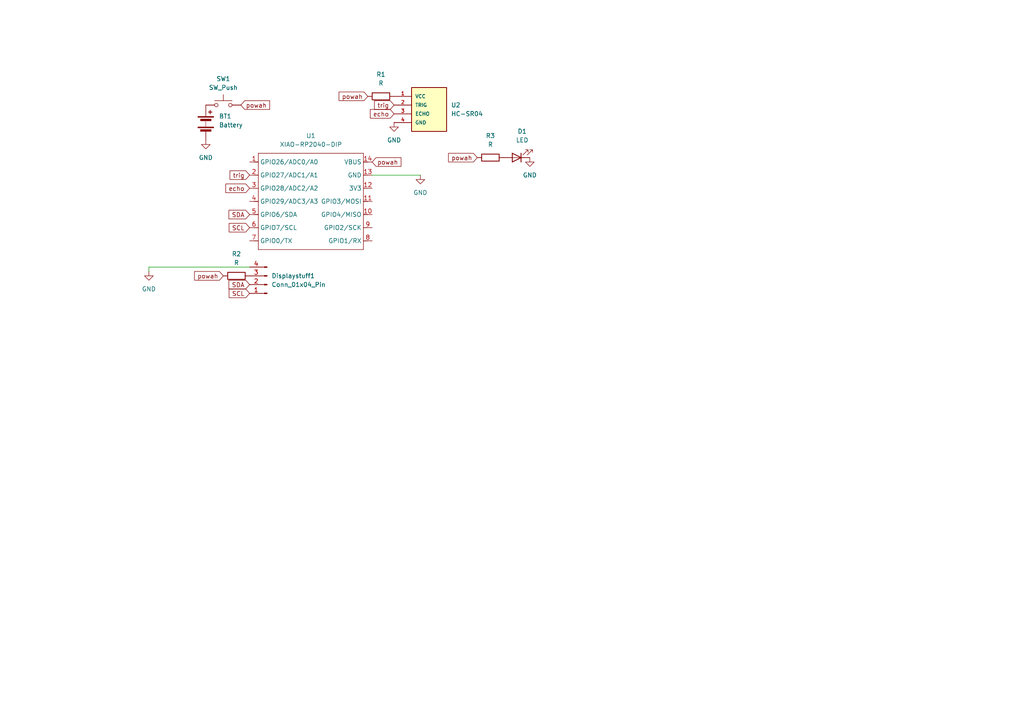
<source format=kicad_sch>
(kicad_sch (version 20250114) (generator "eeschema") (generator_version "9.0")
  (paper "A4")
  (lib_symbols
    (symbol "Connector:Conn_01x04_Pin" (pin_names (offset 1.016) (hide yes))
      (property "Reference" "J" (at 0 5.08 0))
      (property "Value" "Conn_01x04_Pin" (at 0 -7.62 0))
      (symbol "Conn_01x04_Pin_1_1"
        (rectangle (start 0.8636 2.667) (end 0 2.413) (stroke (width 0.1524)) (fill (type outline)))
        (rectangle (start 0.8636 0.127) (end 0 -0.127) (stroke (width 0.1524)) (fill (type outline)))
        (rectangle (start 0.8636 -2.413) (end 0 -2.667) (stroke (width 0.1524)) (fill (type outline)))
        (rectangle (start 0.8636 -4.953) (end 0 -5.207) (stroke (width 0.1524)) (fill (type outline)))
        (polyline (pts (xy 1.27 2.54) (xy 0.8636 2.54)) (stroke (width 0.1524)))
        (polyline (pts (xy 1.27 0) (xy 0.8636 0)) (stroke (width 0.1524)))
        (polyline (pts (xy 1.27 -2.54) (xy 0.8636 -2.54)) (stroke (width 0.1524)))
        (polyline (pts (xy 1.27 -5.08) (xy 0.8636 -5.08)) (stroke (width 0.1524)))
        (pin passive line (at 5.08 2.54 180) (length 3.81) (name "Pin_1") (number "1"))
        (pin passive line (at 5.08 0 180) (length 3.81) (name "Pin_2") (number "2"))
        (pin passive line (at 5.08 -2.54 180) (length 3.81) (name "Pin_3") (number "3"))
        (pin passive line (at 5.08 -5.08 180) (length 3.81) (name "Pin_4") (number "4"))
      )
    )
    (symbol "Device:Battery" (pin_numbers (hide yes)) (pin_names (offset 0) (hide yes))
      (property "Reference" "BT" (at 2.54 2.54 0))
      (property "Value" "Battery" (at 2.54 0 0))
      (symbol "Battery_0_1"
        (rectangle (start -2.286 1.778) (end 2.286 1.524) (fill (type outline)))
        (rectangle (start -2.286 -1.27) (end 2.286 -1.524) (fill (type outline)))
        (rectangle (start -1.524 1.016) (end 1.524 0.508) (fill (type outline)))
        (rectangle (start -1.524 -2.032) (end 1.524 -2.54) (fill (type outline)))
        (polyline (pts (xy 0 1.778) (xy 0 2.54)))
        (polyline (pts (xy 0 0) (xy 0 0.254)))
        (polyline (pts (xy 0 -0.508) (xy 0 -0.254)))
        (polyline (pts (xy 0 -1.016) (xy 0 -0.762)))
        (polyline (pts (xy 0.762 3.048) (xy 1.778 3.048)) (stroke (width 0.254)))
        (polyline (pts (xy 1.27 3.556) (xy 1.27 2.54)) (stroke (width 0.254)))
      )
      (symbol "Battery_1_1"
        (pin passive line (at 0 5.08 270) (length 2.54) (name "+") (number "1"))
        (pin passive line (at 0 -5.08 90) (length 2.54) (name "-") (number "2"))
      )
    )
    (symbol "Device:LED" (pin_numbers (hide yes)) (pin_names (offset 1.016) (hide yes))
      (property "Reference" "D" (at 0 2.54 0))
      (property "Value" "LED" (at 0 -2.54 0))
      (symbol "LED_0_1"
        (polyline (pts (xy -3.048 -0.762) (xy -4.572 -2.286) (xy -3.81 -2.286) (xy -4.572 -2.286) (xy -4.572 -1.524)))
        (polyline (pts (xy -1.778 -0.762) (xy -3.302 -2.286) (xy -2.54 -2.286) (xy -3.302 -2.286) (xy -3.302 -1.524)))
        (polyline (pts (xy -1.27 0) (xy 1.27 0)))
        (polyline (pts (xy -1.27 -1.27) (xy -1.27 1.27)) (stroke (width 0.254)))
        (polyline (pts (xy 1.27 -1.27) (xy 1.27 1.27) (xy -1.27 0) (xy 1.27 -1.27)) (stroke (width 0.254)))
      )
      (symbol "LED_1_1"
        (pin passive line (at -3.81 0 0) (length 2.54) (name "K") (number "1"))
        (pin passive line (at 3.81 0 180) (length 2.54) (name "A") (number "2"))
      )
    )
    (symbol "Device:R" (pin_numbers (hide yes)) (pin_names (offset 0))
      (property "Reference" "R" (at 2.032 0 90))
      (property "Value" "R" (at 0 0 90))
      (symbol "R_0_1"
        (rectangle (start -1.016 -2.54) (end 1.016 2.54) (stroke (width 0.254)))
      )
      (symbol "R_1_1"
        (pin passive line (at 0 3.81 270) (length 1.27) (name "~") (number "1"))
        (pin passive line (at 0 -3.81 90) (length 1.27) (name "~") (number "2"))
      )
    )
    (symbol "HC-SR04:HC-SR04" (pin_names (offset 1.016))
      (property "Reference" "U" (at 0 5.0813 0))
      (property "Value" "HC-SR04" (at 0 -10.163 0))
      (symbol "HC-SR04_0_0"
        (rectangle (start 0 -7.62) (end 10.16 5.08) (stroke (width 0.254)) (fill (type background)))
        (pin power_in line (at -5.08 2.54 0) (length 5.08) (name "VCC") (number "1"))
        (pin bidirectional line (at -5.08 0 0) (length 5.08) (name "TRIG") (number "2"))
        (pin bidirectional line (at -5.08 -2.54 0) (length 5.08) (name "ECHO") (number "3"))
        (pin power_in line (at -5.08 -5.08 0) (length 5.08) (name "GND") (number "4"))
      )
    )
    (symbol "Seeed_Studio_XIAO_Series:XIAO-RP2040-DIP"
      (property "Reference" "U" (at 0 0 0))
      (property "Value" "XIAO-RP2040-DIP" (at 5.334 -1.778 0))
      (symbol "XIAO-RP2040-DIP_1_0"
        (polyline (pts (xy -1.27 -2.54) (xy 29.21 -2.54)) (stroke (width 0.1524)))
        (polyline (pts (xy -1.27 -5.08) (xy -2.54 -5.08)) (stroke (width 0.1524)))
        (polyline (pts (xy -1.27 -5.08) (xy -1.27 -2.54)) (stroke (width 0.1524)))
        (polyline (pts (xy -1.27 -8.89) (xy -2.54 -8.89)) (stroke (width 0.1524)))
        (polyline (pts (xy -1.27 -8.89) (xy -1.27 -5.08)) (stroke (width 0.1524)))
        (polyline (pts (xy -1.27 -12.7) (xy -2.54 -12.7)) (stroke (width 0.1524)))
        (polyline (pts (xy -1.27 -12.7) (xy -1.27 -8.89)) (stroke (width 0.1524)))
        (polyline (pts (xy -1.27 -16.51) (xy -2.54 -16.51)) (stroke (width 0.1524)))
        (polyline (pts (xy -1.27 -16.51) (xy -1.27 -12.7)) (stroke (width 0.1524)))
        (polyline (pts (xy -1.27 -20.32) (xy -2.54 -20.32)) (stroke (width 0.1524)))
        (polyline (pts (xy -1.27 -24.13) (xy -2.54 -24.13)) (stroke (width 0.1524)))
        (polyline (pts (xy -1.27 -27.94) (xy -2.54 -27.94)) (stroke (width 0.1524)))
        (polyline (pts (xy -1.27 -30.48) (xy -1.27 -16.51)) (stroke (width 0.1524)))
        (polyline (pts (xy 29.21 -2.54) (xy 29.21 -5.08)) (stroke (width 0.1524)))
        (polyline (pts (xy 29.21 -5.08) (xy 29.21 -8.89)) (stroke (width 0.1524)))
        (polyline (pts (xy 29.21 -8.89) (xy 29.21 -12.7)) (stroke (width 0.1524)))
        (polyline (pts (xy 29.21 -12.7) (xy 29.21 -30.48)) (stroke (width 0.1524)))
        (polyline (pts (xy 29.21 -30.48) (xy -1.27 -30.48)) (stroke (width 0.1524)))
        (polyline (pts (xy 30.48 -5.08) (xy 29.21 -5.08)) (stroke (width 0.1524)))
        (polyline (pts (xy 30.48 -8.89) (xy 29.21 -8.89)) (stroke (width 0.1524)))
        (polyline (pts (xy 30.48 -12.7) (xy 29.21 -12.7)) (stroke (width 0.1524)))
        (polyline (pts (xy 30.48 -16.51) (xy 29.21 -16.51)) (stroke (width 0.1524)))
        (polyline (pts (xy 30.48 -20.32) (xy 29.21 -20.32)) (stroke (width 0.1524)))
        (polyline (pts (xy 30.48 -24.13) (xy 29.21 -24.13)) (stroke (width 0.1524)))
        (polyline (pts (xy 30.48 -27.94) (xy 29.21 -27.94)) (stroke (width 0.1524)))
        (pin passive line (at -3.81 -5.08 0) (length 2.54) (name "GPIO26/ADC0/A0") (number "1"))
        (pin passive line (at -3.81 -8.89 0) (length 2.54) (name "GPIO27/ADC1/A1") (number "2"))
        (pin passive line (at -3.81 -12.7 0) (length 2.54) (name "GPIO28/ADC2/A2") (number "3"))
        (pin passive line (at -3.81 -16.51 0) (length 2.54) (name "GPIO29/ADC3/A3") (number "4"))
        (pin passive line (at -3.81 -20.32 0) (length 2.54) (name "GPIO6/SDA") (number "5"))
        (pin passive line (at -3.81 -24.13 0) (length 2.54) (name "GPIO7/SCL") (number "6"))
        (pin passive line (at -3.81 -27.94 0) (length 2.54) (name "GPIO0/TX") (number "7"))
        (pin passive line (at 31.75 -5.08 180) (length 2.54) (name "VBUS") (number "14"))
        (pin passive line (at 31.75 -8.89 180) (length 2.54) (name "GND") (number "13"))
        (pin passive line (at 31.75 -12.7 180) (length 2.54) (name "3V3") (number "12"))
        (pin passive line (at 31.75 -16.51 180) (length 2.54) (name "GPIO3/MOSI") (number "11"))
        (pin passive line (at 31.75 -20.32 180) (length 2.54) (name "GPIO4/MISO") (number "10"))
        (pin passive line (at 31.75 -24.13 180) (length 2.54) (name "GPIO2/SCK") (number "9"))
        (pin passive line (at 31.75 -27.94 180) (length 2.54) (name "GPIO1/RX") (number "8"))
      )
    )
    (symbol "Switch:SW_Push" (pin_numbers (hide yes)) (pin_names (offset 1.016) (hide yes))
      (property "Reference" "SW" (at 1.27 2.54 0))
      (property "Value" "SW_Push" (at 0 -1.524 0))
      (symbol "SW_Push_0_1"
        (circle (center -2.032 0) (radius 0.508))
        (polyline (pts (xy 0 1.27) (xy 0 3.048)))
        (circle (center 2.032 0) (radius 0.508))
        (polyline (pts (xy 2.54 1.27) (xy -2.54 1.27)))
        (pin passive line (at -5.08 0 0) (length 2.54) (name "1") (number "1"))
        (pin passive line (at 5.08 0 180) (length 2.54) (name "2") (number "2"))
      )
    )
    (symbol "power:GND" (power) (pin_numbers (hide yes)) (pin_names (offset 0) (hide yes))
      (property "Value" "GND" (at 0 -3.81 0))
      (symbol "GND_0_1"
        (polyline (pts (xy 0 0) (xy 0 -1.27) (xy 1.27 -1.27) (xy 0 -2.54) (xy -1.27 -1.27) (xy 0 -1.27)))
      )
      (symbol "GND_1_1"
        (pin power_in line (at 0 0 270) (length 0) (name "~") (number "1"))
      )
    )
  )
  (wire (pts (xy 43.18 77.47) (xy 72.39 77.47)))
  (wire (pts (xy 107.95 50.8) (xy 121.92 50.8)))
  (wire (pts (xy 43.18 77.47) (xy 43.18 78.74)))
  (global_label "SDA" (shape input) (at 72.39 62.23 180) (property "Intersheetrefs" "${INTERSHEET_REFS}" (effects (hide yes))))
  (global_label "powah" (shape input) (at 138.43 45.72 180) (property "Intersheetrefs" "${INTERSHEET_REFS}" (effects (hide yes))))
  (global_label "powah" (shape input) (at 69.85 30.48 0) (property "Intersheetrefs" "${INTERSHEET_REFS}" (effects (hide yes))))
  (global_label "echo" (shape input) (at 72.39 54.61 180) (property "Intersheetrefs" "${INTERSHEET_REFS}" (effects (hide yes))))
  (global_label "powah" (shape input) (at 107.95 46.99 0) (property "Intersheetrefs" "${INTERSHEET_REFS}" (effects (hide yes))))
  (global_label "SCL" (shape input) (at 72.39 66.04 180) (property "Intersheetrefs" "${INTERSHEET_REFS}" (effects (hide yes))))
  (global_label "SDA" (shape input) (at 72.39 82.55 180) (property "Intersheetrefs" "${INTERSHEET_REFS}" (effects (hide yes))))
  (global_label "trig" (shape input) (at 72.39 50.8 180) (property "Intersheetrefs" "${INTERSHEET_REFS}" (effects (hide yes))))
  (global_label "powah" (shape input) (at 64.77 80.01 180) (property "Intersheetrefs" "${INTERSHEET_REFS}" (effects (hide yes))))
  (global_label "trig" (shape input) (at 114.3 30.48 180) (property "Intersheetrefs" "${INTERSHEET_REFS}" (effects (hide yes))))
  (global_label "echo" (shape input) (at 114.3 33.02 180) (property "Intersheetrefs" "${INTERSHEET_REFS}" (effects (hide yes))))
  (global_label "SCL" (shape input) (at 72.39 85.09 180) (property "Intersheetrefs" "${INTERSHEET_REFS}" (effects (hide yes))))
  (global_label "powah" (shape input) (at 106.68 27.94 180) (property "Intersheetrefs" "${INTERSHEET_REFS}" (effects (hide yes))))
  (symbol (lib_id "Device:Battery") (at 59.69 35.56 0) (unit 1)
    (property "Reference" "BT1" (at 63.5 33.7184 0) (effects (justify left)))
    (property "Value" "Battery" (at 63.5 36.2584 0) (effects (justify left)))
    (property "Footprint" "Connector_PinHeader_2.54mm:PinHeader_1x02_P2.54mm_Vertical" (effects (hide yes)))
    (property "Description" "Multiple-cell battery" (effects (hide yes)))
  )
  (symbol (lib_id "Connector:Conn_01x04_Pin") (at 77.47 82.55 180) (unit 1)
    (property "Reference" "Displaystuff1" (at 78.74 80.0099 0) (effects (justify right)))
    (property "Value" "Conn_01x04_Pin" (at 78.74 82.5499 0) (effects (justify right)))
    (property "Footprint" "Connector_PinHeader_2.54mm:PinHeader_1x04_P2.54mm_Vertical" (effects (hide yes)))
    (property "Description" "Generic connector, single row, 01x04, script generated" (effects (hide yes)))
  )
  (symbol (lib_id "Seeed_Studio_XIAO_Series:XIAO-RP2040-DIP") (at 76.2 41.91 0) (unit 1)
    (property "Reference" "U1" (at 90.17 39.37 0))
    (property "Value" "XIAO-RP2040-DIP" (at 90.17 41.91 0))
    (property "Footprint" "footprints:XIAO-RP2040-DIP" (effects (hide yes)))
  )
  (symbol (lib_id "power:GND") (at 59.69 40.64 0) (unit 1)
    (property "Reference" "#PWR02" (effects (hide yes)))
    (property "Value" "GND" (at 59.69 45.72 0))
    (property "Description" "Power symbol creates a global label with name \"GND\" , ground" (effects (hide yes)))
  )
  (symbol (lib_id "Device:R") (at 68.58 80.01 90) (unit 1)
    (property "Reference" "R2" (at 68.58 73.66 90))
    (property "Value" "R" (at 68.58 76.2 90))
    (property "Description" "Resistor" (effects (hide yes)))
  )
  (symbol (lib_id "Device:LED") (at 149.86 45.72 180) (unit 1)
    (property "Reference" "D1" (at 151.4475 38.1 0))
    (property "Value" "LED" (at 151.4475 40.64 0))
    (property "Description" "Light emitting diode" (effects (hide yes)))
    (property "Sim.Pins" "1=K 2=A" (effects (hide yes)))
  )
  (symbol (lib_id "Switch:SW_Push") (at 64.77 30.48 0) (unit 1)
    (property "Reference" "SW1" (at 64.77 22.86 0))
    (property "Value" "SW_Push" (at 64.77 25.4 0))
    (property "Footprint" "Button_Switch_THT:SW_PUSH_6mm" (effects (hide yes)))
    (property "Description" "Push button switch, generic, two pins" (effects (hide yes)))
  )
  (symbol (lib_id "Device:R") (at 142.24 45.72 270) (unit 1)
    (property "Reference" "R3" (at 142.24 39.37 90))
    (property "Value" "R" (at 142.24 41.91 90))
    (property "Description" "Resistor" (effects (hide yes)))
  )
  (symbol (lib_id "power:GND") (at 153.67 45.72 0) (unit 1)
    (property "Reference" "#PWR05" (effects (hide yes)))
    (property "Value" "GND" (at 153.67 50.8 0))
    (property "Description" "Power symbol creates a global label with name \"GND\" , ground" (effects (hide yes)))
  )
  (symbol (lib_id "HC-SR04:HC-SR04") (at 119.38 30.48 0) (unit 1)
    (property "Reference" "U2" (at 130.81 30.4799 0) (effects (justify left)))
    (property "Value" "HC-SR04" (at 130.81 33.0199 0) (effects (justify left)))
    (property "Footprint" "HC-SR04 FOOTPRINT:XCVR_HC-SR04" (effects (hide yes)))
    (property "MF" "SparkFun Electronics" (effects (hide yes)))
    (property "Description_1" "HC-SR04 Ultrasonic Sensor Qwiic Platform Evaluation Expansion Board" (effects (hide yes)))
    (property "Package" "None" (effects (hide yes)))
    (property "Price" "None" (effects (hide yes)))
    (property "Check_prices" "https://www.snapeda.com/parts/HC-SR04/SparkFun/view-part/?ref=eda" (effects (hide yes)))
    (property "SnapEDA_Link" "https://www.snapeda.com/parts/HC-SR04/SparkFun/view-part/?ref=snap" (effects (hide yes)))
    (property "MP" "HC-SR04" (effects (hide yes)))
    (property "Availability" "Not in stock" (effects (hide yes)))
    (property "MANUFACTURER" "Osepp" (effects (hide yes)))
  )
  (symbol (lib_id "Device:R") (at 110.49 27.94 90) (unit 1)
    (property "Reference" "R1" (at 110.49 21.59 90))
    (property "Value" "R" (at 110.49 24.13 90))
    (property "Description" "Resistor" (effects (hide yes)))
  )
  (symbol (lib_id "power:GND") (at 43.18 78.74 0) (unit 1)
    (property "Reference" "#PWR04" (effects (hide yes)))
    (property "Value" "GND" (at 43.18 83.82 0))
    (property "Description" "Power symbol creates a global label with name \"GND\" , ground" (effects (hide yes)))
  )
  (symbol (lib_id "power:GND") (at 121.92 50.8 0) (unit 1)
    (property "Reference" "#PWR03" (effects (hide yes)))
    (property "Value" "GND" (at 121.92 55.88 0))
    (property "Description" "Power symbol creates a global label with name \"GND\" , ground" (effects (hide yes)))
  )
  (symbol (lib_id "power:GND") (at 114.3 35.56 0) (unit 1)
    (property "Reference" "#PWR01" (effects (hide yes)))
    (property "Value" "GND" (at 114.3 40.64 0))
    (property "Description" "Power symbol creates a global label with name \"GND\" , ground" (effects (hide yes)))
  )
)
</source>
